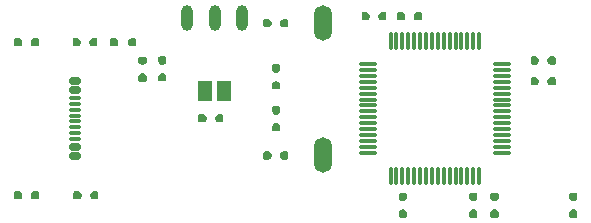
<source format=gtp>
G04 Layer_Color=8421504*
%FSLAX43Y43*%
%MOMM*%
G71*
G01*
G75*
G04:AMPARAMS|DCode=11|XSize=0.3mm|YSize=1mm|CornerRadius=0.075mm|HoleSize=0mm|Usage=FLASHONLY|Rotation=270.000|XOffset=0mm|YOffset=0mm|HoleType=Round|Shape=RoundedRectangle|*
%AMROUNDEDRECTD11*
21,1,0.300,0.850,0,0,270.0*
21,1,0.150,1.000,0,0,270.0*
1,1,0.150,-0.425,-0.075*
1,1,0.150,-0.425,0.075*
1,1,0.150,0.425,0.075*
1,1,0.150,0.425,-0.075*
%
%ADD11ROUNDEDRECTD11*%
G04:AMPARAMS|DCode=12|XSize=0.6mm|YSize=1mm|CornerRadius=0.15mm|HoleSize=0mm|Usage=FLASHONLY|Rotation=270.000|XOffset=0mm|YOffset=0mm|HoleType=Round|Shape=RoundedRectangle|*
%AMROUNDEDRECTD12*
21,1,0.600,0.700,0,0,270.0*
21,1,0.300,1.000,0,0,270.0*
1,1,0.300,-0.350,-0.150*
1,1,0.300,-0.350,0.150*
1,1,0.300,0.350,0.150*
1,1,0.300,0.350,-0.150*
%
%ADD12ROUNDEDRECTD12*%
%ADD16O,1.000X2.200*%
%ADD17O,1.500X3.000*%
%ADD18O,1.600X0.300*%
%ADD19O,0.300X1.600*%
%ADD36R,1.200X1.800*%
G36*
X62160Y97927D02*
X62202Y97885D01*
X62225Y97830D01*
Y97800D01*
Y97400D01*
Y97370D01*
X62202Y97315D01*
X62160Y97273D01*
X62105Y97250D01*
X61805D01*
X61677Y97303D01*
X61578Y97402D01*
X61525Y97530D01*
Y97600D01*
Y97670D01*
X61578Y97798D01*
X61677Y97897D01*
X61805Y97950D01*
X62105D01*
X62160Y97927D01*
D02*
G37*
G36*
X60673Y97897D02*
X60772Y97798D01*
X60825Y97670D01*
Y97600D01*
Y97530D01*
X60772Y97402D01*
X60673Y97303D01*
X60545Y97250D01*
X60245D01*
X60190Y97273D01*
X60148Y97315D01*
X60125Y97370D01*
Y97400D01*
Y97800D01*
Y97830D01*
X60148Y97885D01*
X60190Y97927D01*
X60245Y97950D01*
X60545D01*
X60673Y97897D01*
D02*
G37*
G36*
X59160Y97927D02*
X59202Y97885D01*
X59225Y97830D01*
Y97800D01*
Y97400D01*
Y97370D01*
X59202Y97315D01*
X59160Y97273D01*
X59105Y97250D01*
X58805D01*
X58677Y97303D01*
X58578Y97402D01*
X58525Y97530D01*
Y97600D01*
Y97670D01*
X58578Y97798D01*
X58677Y97897D01*
X58805Y97950D01*
X59105D01*
X59160Y97927D01*
D02*
G37*
G36*
X57673Y97897D02*
X57772Y97798D01*
X57825Y97670D01*
Y97600D01*
Y97530D01*
X57772Y97402D01*
X57673Y97303D01*
X57545Y97250D01*
X57245D01*
X57190Y97273D01*
X57148Y97315D01*
X57125Y97370D01*
Y97400D01*
Y97800D01*
Y97830D01*
X57148Y97885D01*
X57190Y97927D01*
X57245Y97950D01*
X57545D01*
X57673Y97897D01*
D02*
G37*
G36*
X50835Y97352D02*
X50877Y97310D01*
X50900Y97255D01*
Y97225D01*
Y96825D01*
Y96795D01*
X50877Y96740D01*
X50835Y96698D01*
X50780Y96675D01*
X50480D01*
X50352Y96728D01*
X50253Y96827D01*
X50200Y96955D01*
Y97025D01*
Y97095D01*
X50253Y97223D01*
X50352Y97322D01*
X50480Y97375D01*
X50780D01*
X50835Y97352D01*
D02*
G37*
G36*
X49348Y97322D02*
X49447Y97223D01*
X49500Y97095D01*
Y97025D01*
Y96955D01*
X49447Y96827D01*
X49348Y96728D01*
X49220Y96675D01*
X48920D01*
X48865Y96698D01*
X48823Y96740D01*
X48800Y96795D01*
Y96825D01*
Y97225D01*
Y97255D01*
X48823Y97310D01*
X48865Y97352D01*
X48920Y97375D01*
X49220D01*
X49348Y97322D01*
D02*
G37*
G36*
X34685Y95727D02*
X34727Y95685D01*
X34750Y95630D01*
Y95600D01*
Y95200D01*
Y95170D01*
X34727Y95115D01*
X34685Y95073D01*
X34630Y95050D01*
X34330D01*
X34202Y95103D01*
X34103Y95202D01*
X34050Y95330D01*
Y95400D01*
Y95470D01*
X34103Y95598D01*
X34202Y95697D01*
X34330Y95750D01*
X34630D01*
X34685Y95727D01*
D02*
G37*
G36*
X33198Y95697D02*
X33297Y95598D01*
X33350Y95470D01*
Y95400D01*
Y95330D01*
X33297Y95202D01*
X33198Y95103D01*
X33070Y95050D01*
X32770D01*
X32715Y95073D01*
X32673Y95115D01*
X32650Y95170D01*
Y95200D01*
Y95600D01*
Y95630D01*
X32673Y95685D01*
X32715Y95727D01*
X32770Y95750D01*
X33070D01*
X33198Y95697D01*
D02*
G37*
G36*
X29735Y95727D02*
X29777Y95685D01*
X29800Y95630D01*
Y95600D01*
Y95200D01*
Y95170D01*
X29777Y95115D01*
X29735Y95073D01*
X29680Y95050D01*
X29380D01*
X29252Y95103D01*
X29153Y95202D01*
X29100Y95330D01*
Y95400D01*
Y95470D01*
X29153Y95598D01*
X29252Y95697D01*
X29380Y95750D01*
X29680D01*
X29735Y95727D01*
D02*
G37*
G36*
X28248Y95697D02*
X28347Y95598D01*
X28400Y95470D01*
Y95400D01*
Y95330D01*
X28347Y95202D01*
X28248Y95103D01*
X28120Y95050D01*
X27820D01*
X27765Y95073D01*
X27723Y95115D01*
X27700Y95170D01*
Y95200D01*
Y95600D01*
Y95630D01*
X27723Y95685D01*
X27765Y95727D01*
X27820Y95750D01*
X28120D01*
X28248Y95697D01*
D02*
G37*
G36*
X37960Y95727D02*
X38002Y95685D01*
X38025Y95630D01*
Y95600D01*
Y95200D01*
Y95170D01*
X38002Y95115D01*
X37960Y95073D01*
X37905Y95050D01*
X37605D01*
X37477Y95103D01*
X37378Y95202D01*
X37325Y95330D01*
Y95400D01*
Y95470D01*
X37378Y95598D01*
X37477Y95697D01*
X37605Y95750D01*
X37905D01*
X37960Y95727D01*
D02*
G37*
G36*
X36373Y95697D02*
X36472Y95598D01*
X36525Y95470D01*
Y95400D01*
Y95330D01*
X36472Y95202D01*
X36373Y95103D01*
X36245Y95050D01*
X35945D01*
X35890Y95073D01*
X35848Y95115D01*
X35825Y95170D01*
Y95200D01*
Y95600D01*
Y95630D01*
X35848Y95685D01*
X35890Y95727D01*
X35945Y95750D01*
X36245D01*
X36373Y95697D01*
D02*
G37*
G36*
X73485Y94177D02*
X73527Y94135D01*
X73550Y94080D01*
Y94050D01*
Y93650D01*
Y93620D01*
X73527Y93565D01*
X73485Y93523D01*
X73430Y93500D01*
X73130D01*
X73002Y93553D01*
X72903Y93652D01*
X72850Y93780D01*
Y93850D01*
Y93920D01*
X72903Y94048D01*
X73002Y94147D01*
X73130Y94200D01*
X73430D01*
X73485Y94177D01*
D02*
G37*
G36*
X71998Y94147D02*
X72097Y94048D01*
X72150Y93920D01*
Y93850D01*
Y93780D01*
X72097Y93652D01*
X71998Y93553D01*
X71870Y93500D01*
X71570D01*
X71515Y93523D01*
X71473Y93565D01*
X71450Y93620D01*
Y93650D01*
Y94050D01*
Y94080D01*
X71473Y94135D01*
X71515Y94177D01*
X71570Y94200D01*
X71870D01*
X71998Y94147D01*
D02*
G37*
G36*
X40535Y94177D02*
X40577Y94135D01*
X40600Y94080D01*
Y94050D01*
Y93850D01*
Y93780D01*
X40547Y93652D01*
X40448Y93553D01*
X40320Y93500D01*
X40180D01*
X40052Y93553D01*
X39953Y93652D01*
X39900Y93780D01*
Y93850D01*
Y94050D01*
Y94080D01*
X39923Y94135D01*
X39965Y94177D01*
X40020Y94200D01*
X40480D01*
X40535Y94177D01*
D02*
G37*
G36*
X38860Y94152D02*
X38902Y94110D01*
X38925Y94055D01*
Y94025D01*
Y93825D01*
Y93755D01*
X38872Y93627D01*
X38773Y93528D01*
X38645Y93475D01*
X38505D01*
X38377Y93528D01*
X38278Y93627D01*
X38225Y93755D01*
Y93825D01*
Y94025D01*
Y94055D01*
X38248Y94110D01*
X38290Y94152D01*
X38345Y94175D01*
X38805D01*
X38860Y94152D01*
D02*
G37*
G36*
X50160Y93502D02*
X50202Y93460D01*
X50225Y93405D01*
Y93375D01*
Y93175D01*
Y93105D01*
X50172Y92977D01*
X50073Y92878D01*
X49945Y92825D01*
X49805D01*
X49677Y92878D01*
X49578Y92977D01*
X49525Y93105D01*
Y93175D01*
Y93375D01*
Y93405D01*
X49548Y93460D01*
X49590Y93502D01*
X49645Y93525D01*
X50105D01*
X50160Y93502D01*
D02*
G37*
G36*
X40448Y92747D02*
X40547Y92648D01*
X40600Y92520D01*
Y92450D01*
Y92250D01*
Y92220D01*
X40577Y92165D01*
X40535Y92123D01*
X40480Y92100D01*
X40020D01*
X39965Y92123D01*
X39923Y92165D01*
X39900Y92220D01*
Y92250D01*
Y92450D01*
Y92520D01*
X39953Y92648D01*
X40052Y92747D01*
X40180Y92800D01*
X40320D01*
X40448Y92747D01*
D02*
G37*
G36*
X38773Y92722D02*
X38872Y92623D01*
X38925Y92495D01*
Y92425D01*
Y92225D01*
Y92195D01*
X38902Y92140D01*
X38860Y92098D01*
X38805Y92075D01*
X38345D01*
X38290Y92098D01*
X38248Y92140D01*
X38225Y92195D01*
Y92225D01*
Y92425D01*
Y92495D01*
X38278Y92623D01*
X38377Y92722D01*
X38505Y92775D01*
X38645D01*
X38773Y92722D01*
D02*
G37*
G36*
X73485Y92427D02*
X73527Y92385D01*
X73550Y92330D01*
Y92300D01*
Y91900D01*
Y91870D01*
X73527Y91815D01*
X73485Y91773D01*
X73430Y91750D01*
X73130D01*
X73002Y91803D01*
X72903Y91902D01*
X72850Y92030D01*
Y92100D01*
Y92170D01*
X72903Y92298D01*
X73002Y92397D01*
X73130Y92450D01*
X73430D01*
X73485Y92427D01*
D02*
G37*
G36*
X71998Y92397D02*
X72097Y92298D01*
X72150Y92170D01*
Y92100D01*
Y92030D01*
X72097Y91902D01*
X71998Y91803D01*
X71870Y91750D01*
X71570D01*
X71515Y91773D01*
X71473Y91815D01*
X71450Y91870D01*
Y91900D01*
Y92300D01*
Y92330D01*
X71473Y92385D01*
X71515Y92427D01*
X71570Y92450D01*
X71870D01*
X71998Y92397D01*
D02*
G37*
G36*
X50073Y92072D02*
X50172Y91973D01*
X50225Y91845D01*
Y91775D01*
Y91575D01*
Y91545D01*
X50202Y91490D01*
X50160Y91448D01*
X50105Y91425D01*
X49645D01*
X49590Y91448D01*
X49548Y91490D01*
X49525Y91545D01*
Y91575D01*
Y91775D01*
Y91845D01*
X49578Y91973D01*
X49677Y92072D01*
X49805Y92125D01*
X49945D01*
X50073Y92072D01*
D02*
G37*
G36*
X50169Y89955D02*
X50211Y89913D01*
X50234Y89858D01*
Y89828D01*
Y89628D01*
Y89558D01*
X50181Y89430D01*
X50082Y89331D01*
X49954Y89278D01*
X49814D01*
X49686Y89331D01*
X49587Y89430D01*
X49534Y89558D01*
Y89628D01*
Y89828D01*
Y89858D01*
X49557Y89913D01*
X49599Y89955D01*
X49654Y89978D01*
X50114D01*
X50169Y89955D01*
D02*
G37*
G36*
X45335Y89302D02*
X45377Y89260D01*
X45400Y89205D01*
Y89175D01*
Y88775D01*
Y88745D01*
X45377Y88690D01*
X45335Y88648D01*
X45280Y88625D01*
X44980D01*
X44852Y88678D01*
X44753Y88777D01*
X44700Y88905D01*
Y88975D01*
Y89045D01*
X44753Y89173D01*
X44852Y89272D01*
X44980Y89325D01*
X45280D01*
X45335Y89302D01*
D02*
G37*
G36*
X43848Y89272D02*
X43947Y89173D01*
X44000Y89045D01*
Y88975D01*
Y88905D01*
X43947Y88777D01*
X43848Y88678D01*
X43720Y88625D01*
X43420D01*
X43365Y88648D01*
X43323Y88690D01*
X43300Y88745D01*
Y88775D01*
Y89175D01*
Y89205D01*
X43323Y89260D01*
X43365Y89302D01*
X43420Y89325D01*
X43720D01*
X43848Y89272D01*
D02*
G37*
G36*
X50082Y88525D02*
X50181Y88426D01*
X50234Y88298D01*
Y88228D01*
Y88028D01*
Y87998D01*
X50211Y87943D01*
X50169Y87901D01*
X50114Y87878D01*
X49654D01*
X49599Y87901D01*
X49557Y87943D01*
X49534Y87998D01*
Y88028D01*
Y88228D01*
Y88298D01*
X49587Y88426D01*
X49686Y88525D01*
X49814Y88578D01*
X49954D01*
X50082Y88525D01*
D02*
G37*
G36*
X50835Y86152D02*
X50877Y86110D01*
X50900Y86055D01*
Y86025D01*
Y85625D01*
Y85595D01*
X50877Y85540D01*
X50835Y85498D01*
X50780Y85475D01*
X50480D01*
X50352Y85528D01*
X50253Y85627D01*
X50200Y85755D01*
Y85825D01*
Y85895D01*
X50253Y86023D01*
X50352Y86122D01*
X50480Y86175D01*
X50780D01*
X50835Y86152D01*
D02*
G37*
G36*
X49348Y86122D02*
X49447Y86023D01*
X49500Y85895D01*
Y85825D01*
Y85755D01*
X49447Y85627D01*
X49348Y85528D01*
X49220Y85475D01*
X48920D01*
X48865Y85498D01*
X48823Y85540D01*
X48800Y85595D01*
Y85625D01*
Y86025D01*
Y86055D01*
X48823Y86110D01*
X48865Y86152D01*
X48920Y86175D01*
X49220D01*
X49348Y86122D01*
D02*
G37*
G36*
X34760Y82777D02*
X34802Y82735D01*
X34825Y82680D01*
Y82650D01*
Y82250D01*
Y82220D01*
X34802Y82165D01*
X34760Y82123D01*
X34705Y82100D01*
X34405D01*
X34277Y82153D01*
X34178Y82252D01*
X34125Y82380D01*
Y82450D01*
Y82520D01*
X34178Y82648D01*
X34277Y82747D01*
X34405Y82800D01*
X34705D01*
X34760Y82777D01*
D02*
G37*
G36*
X33273Y82747D02*
X33372Y82648D01*
X33425Y82520D01*
Y82450D01*
Y82380D01*
X33372Y82252D01*
X33273Y82153D01*
X33145Y82100D01*
X32845D01*
X32790Y82123D01*
X32748Y82165D01*
X32725Y82220D01*
Y82250D01*
Y82650D01*
Y82680D01*
X32748Y82735D01*
X32790Y82777D01*
X32845Y82800D01*
X33145D01*
X33273Y82747D01*
D02*
G37*
G36*
X29735Y82777D02*
X29777Y82735D01*
X29800Y82680D01*
Y82650D01*
Y82250D01*
Y82220D01*
X29777Y82165D01*
X29735Y82123D01*
X29680Y82100D01*
X29380D01*
X29252Y82153D01*
X29153Y82252D01*
X29100Y82380D01*
Y82450D01*
Y82520D01*
X29153Y82648D01*
X29252Y82747D01*
X29380Y82800D01*
X29680D01*
X29735Y82777D01*
D02*
G37*
G36*
X28248Y82747D02*
X28347Y82648D01*
X28400Y82520D01*
Y82450D01*
Y82380D01*
X28347Y82252D01*
X28248Y82153D01*
X28120Y82100D01*
X27820D01*
X27765Y82123D01*
X27723Y82165D01*
X27700Y82220D01*
Y82250D01*
Y82650D01*
Y82680D01*
X27723Y82735D01*
X27765Y82777D01*
X27820Y82800D01*
X28120D01*
X28248Y82747D01*
D02*
G37*
G36*
X75335Y82627D02*
X75377Y82585D01*
X75400Y82530D01*
Y82500D01*
Y82300D01*
Y82230D01*
X75347Y82102D01*
X75248Y82003D01*
X75120Y81950D01*
X74980D01*
X74852Y82003D01*
X74753Y82102D01*
X74700Y82230D01*
Y82300D01*
Y82500D01*
Y82530D01*
X74723Y82585D01*
X74765Y82627D01*
X74820Y82650D01*
X75280D01*
X75335Y82627D01*
D02*
G37*
G36*
X68660D02*
X68702Y82585D01*
X68725Y82530D01*
Y82500D01*
Y82300D01*
Y82230D01*
X68672Y82102D01*
X68573Y82003D01*
X68445Y81950D01*
X68305D01*
X68177Y82003D01*
X68078Y82102D01*
X68025Y82230D01*
Y82300D01*
Y82500D01*
Y82530D01*
X68048Y82585D01*
X68090Y82627D01*
X68145Y82650D01*
X68605D01*
X68660Y82627D01*
D02*
G37*
G36*
X66860D02*
X66902Y82585D01*
X66925Y82530D01*
Y82500D01*
Y82300D01*
Y82230D01*
X66872Y82102D01*
X66773Y82003D01*
X66645Y81950D01*
X66505D01*
X66377Y82003D01*
X66278Y82102D01*
X66225Y82230D01*
Y82300D01*
Y82500D01*
Y82530D01*
X66248Y82585D01*
X66290Y82627D01*
X66345Y82650D01*
X66805D01*
X66860Y82627D01*
D02*
G37*
G36*
X60910D02*
X60952Y82585D01*
X60975Y82530D01*
Y82500D01*
Y82300D01*
Y82230D01*
X60922Y82102D01*
X60823Y82003D01*
X60695Y81950D01*
X60555D01*
X60427Y82003D01*
X60328Y82102D01*
X60275Y82230D01*
Y82300D01*
Y82500D01*
Y82530D01*
X60298Y82585D01*
X60340Y82627D01*
X60395Y82650D01*
X60855D01*
X60910Y82627D01*
D02*
G37*
G36*
X75248Y81197D02*
X75347Y81098D01*
X75400Y80970D01*
Y80900D01*
Y80700D01*
Y80670D01*
X75377Y80615D01*
X75335Y80573D01*
X75280Y80550D01*
X74820D01*
X74765Y80573D01*
X74723Y80615D01*
X74700Y80670D01*
Y80700D01*
Y80900D01*
Y80970D01*
X74753Y81098D01*
X74852Y81197D01*
X74980Y81250D01*
X75120D01*
X75248Y81197D01*
D02*
G37*
G36*
X68573D02*
X68672Y81098D01*
X68725Y80970D01*
Y80900D01*
Y80700D01*
Y80670D01*
X68702Y80615D01*
X68660Y80573D01*
X68605Y80550D01*
X68145D01*
X68090Y80573D01*
X68048Y80615D01*
X68025Y80670D01*
Y80700D01*
Y80900D01*
Y80970D01*
X68078Y81098D01*
X68177Y81197D01*
X68305Y81250D01*
X68445D01*
X68573Y81197D01*
D02*
G37*
G36*
X66773D02*
X66872Y81098D01*
X66925Y80970D01*
Y80900D01*
Y80700D01*
Y80670D01*
X66902Y80615D01*
X66860Y80573D01*
X66805Y80550D01*
X66345D01*
X66290Y80573D01*
X66248Y80615D01*
X66225Y80670D01*
Y80700D01*
Y80900D01*
Y80970D01*
X66278Y81098D01*
X66377Y81197D01*
X66505Y81250D01*
X66645D01*
X66773Y81197D01*
D02*
G37*
G36*
X60823D02*
X60922Y81098D01*
X60975Y80970D01*
Y80900D01*
Y80700D01*
Y80670D01*
X60952Y80615D01*
X60910Y80573D01*
X60855Y80550D01*
X60395D01*
X60340Y80573D01*
X60298Y80615D01*
X60275Y80670D01*
Y80700D01*
Y80900D01*
Y80970D01*
X60328Y81098D01*
X60427Y81197D01*
X60555Y81250D01*
X60695D01*
X60823Y81197D01*
D02*
G37*
D11*
X32825Y90700D02*
D03*
Y90200D02*
D03*
Y89700D02*
D03*
Y87200D02*
D03*
Y87700D02*
D03*
Y88200D02*
D03*
Y89200D02*
D03*
Y88700D02*
D03*
D12*
Y86550D02*
D03*
Y91350D02*
D03*
Y85750D02*
D03*
Y92150D02*
D03*
D16*
X42375Y97450D02*
D03*
X44675D02*
D03*
X46975D02*
D03*
D17*
X53875Y97025D02*
D03*
Y85825D02*
D03*
D18*
X57625Y93550D02*
D03*
Y93050D02*
D03*
Y92550D02*
D03*
Y92050D02*
D03*
Y91550D02*
D03*
Y91050D02*
D03*
Y90550D02*
D03*
Y90050D02*
D03*
Y89550D02*
D03*
Y89050D02*
D03*
Y88550D02*
D03*
Y88050D02*
D03*
Y87550D02*
D03*
Y87050D02*
D03*
Y86550D02*
D03*
Y86050D02*
D03*
X69025D02*
D03*
Y86550D02*
D03*
Y87050D02*
D03*
Y87550D02*
D03*
Y88050D02*
D03*
Y88550D02*
D03*
Y89050D02*
D03*
Y89550D02*
D03*
Y90050D02*
D03*
Y90550D02*
D03*
Y91050D02*
D03*
Y91550D02*
D03*
Y92050D02*
D03*
Y92550D02*
D03*
Y93050D02*
D03*
Y93550D02*
D03*
D19*
X59575Y84100D02*
D03*
X60075D02*
D03*
X60575D02*
D03*
X61075D02*
D03*
X61575D02*
D03*
X62075D02*
D03*
X62575D02*
D03*
X63075D02*
D03*
X63575D02*
D03*
X64075D02*
D03*
X64575D02*
D03*
X65075D02*
D03*
X65575D02*
D03*
X66075D02*
D03*
X66575D02*
D03*
X67075D02*
D03*
Y95500D02*
D03*
X66575D02*
D03*
X66075D02*
D03*
X65575D02*
D03*
X65075D02*
D03*
X64575D02*
D03*
X64075D02*
D03*
X63575D02*
D03*
X63075D02*
D03*
X62575D02*
D03*
X62075D02*
D03*
X61575D02*
D03*
X61075D02*
D03*
X60575D02*
D03*
X60075D02*
D03*
X59575D02*
D03*
D36*
X43875Y91250D02*
D03*
X45475D02*
D03*
M02*

</source>
